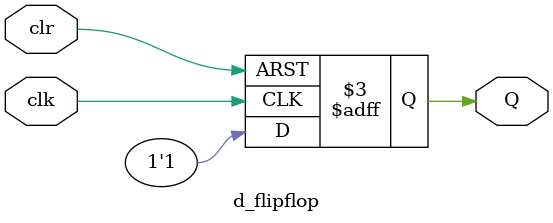
<source format=v>
`timescale 1ns / 1ps


module d_flipflop(input clk,input clr, output reg Q);

always @(posedge clk or posedge clr)
begin
if (clr==1'b1)
Q<=1'b0;
else
Q<=1'b1;
end
endmodule
</source>
